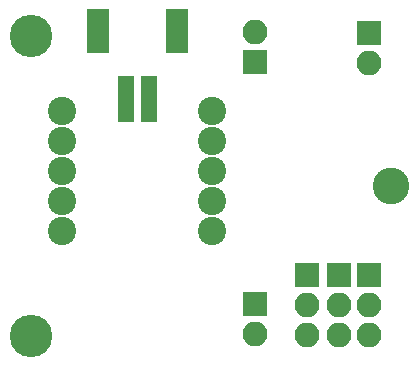
<source format=gbr>
G04 #@! TF.GenerationSoftware,KiCad,Pcbnew,(5.0.0-rc2-dev-444-g2974a2c10)*
G04 #@! TF.CreationDate,2018-09-21T18:48:47-07:00*
G04 #@! TF.ProjectId,retro meter v02,726574726F206D65746572207630322E,rev?*
G04 #@! TF.SameCoordinates,Original*
G04 #@! TF.FileFunction,Soldermask,Bot*
G04 #@! TF.FilePolarity,Negative*
%FSLAX46Y46*%
G04 Gerber Fmt 4.6, Leading zero omitted, Abs format (unit mm)*
G04 Created by KiCad (PCBNEW (5.0.0-rc2-dev-444-g2974a2c10)) date 09/21/18 18:48:47*
%MOMM*%
%LPD*%
G01*
G04 APERTURE LIST*
%ADD10C,2.400000*%
%ADD11O,2.100000X2.100000*%
%ADD12R,2.100000X2.100000*%
%ADD13R,1.400000X3.900000*%
%ADD14R,1.900000X3.800000*%
%ADD15C,3.600000*%
%ADD16C,3.100000*%
G04 APERTURE END LIST*
D10*
X199485000Y-55920000D03*
X186785000Y-55920000D03*
X199485000Y-58460000D03*
X186785000Y-58460000D03*
X199485000Y-61000000D03*
X186785000Y-61000000D03*
X199485000Y-63540000D03*
X186785000Y-63540000D03*
X199485000Y-66080000D03*
X186785000Y-66080000D03*
D11*
X212725000Y-51790000D03*
D12*
X212725000Y-49250000D03*
X203135000Y-51750000D03*
D11*
X203135000Y-49210000D03*
X207468333Y-74830000D03*
X207468333Y-72290000D03*
D12*
X207468333Y-69750000D03*
D13*
X192135000Y-54875000D03*
X194135000Y-54875000D03*
D14*
X189785000Y-49125000D03*
X196485000Y-49125000D03*
D12*
X210185000Y-69750000D03*
D11*
X210185000Y-72290000D03*
X210185000Y-74830000D03*
X212725000Y-74830000D03*
X212725000Y-72290000D03*
D12*
X212725000Y-69750000D03*
D11*
X203135000Y-74790000D03*
D12*
X203135000Y-72250000D03*
D15*
X184150000Y-49530000D03*
X184150000Y-74930000D03*
D16*
X214630000Y-62230000D03*
M02*

</source>
